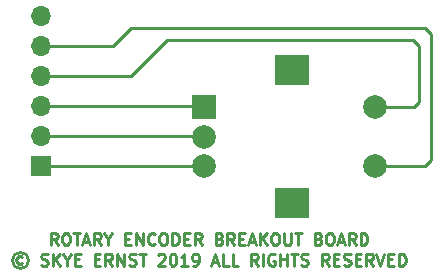
<source format=gbr>
G04 #@! TF.GenerationSoftware,KiCad,Pcbnew,(5.1.4)-1*
G04 #@! TF.CreationDate,2019-11-27T05:32:18-05:00*
G04 #@! TF.ProjectId,Rotary Encoder Breakout Board,526f7461-7279-4204-956e-636f64657220,rev?*
G04 #@! TF.SameCoordinates,Original*
G04 #@! TF.FileFunction,Copper,L1,Top*
G04 #@! TF.FilePolarity,Positive*
%FSLAX46Y46*%
G04 Gerber Fmt 4.6, Leading zero omitted, Abs format (unit mm)*
G04 Created by KiCad (PCBNEW (5.1.4)-1) date 2019-11-27 05:32:18*
%MOMM*%
%LPD*%
G04 APERTURE LIST*
%ADD10C,0.250000*%
%ADD11R,2.000000X2.000000*%
%ADD12C,2.000000*%
%ADD13R,3.000000X2.500000*%
%ADD14O,1.700000X1.700000*%
%ADD15R,1.700000X1.700000*%
G04 APERTURE END LIST*
D10*
X118762476Y-104733380D02*
X118429142Y-104257190D01*
X118191047Y-104733380D02*
X118191047Y-103733380D01*
X118571999Y-103733380D01*
X118667238Y-103781000D01*
X118714857Y-103828619D01*
X118762476Y-103923857D01*
X118762476Y-104066714D01*
X118714857Y-104161952D01*
X118667238Y-104209571D01*
X118571999Y-104257190D01*
X118191047Y-104257190D01*
X119381523Y-103733380D02*
X119571999Y-103733380D01*
X119667238Y-103781000D01*
X119762476Y-103876238D01*
X119810095Y-104066714D01*
X119810095Y-104400047D01*
X119762476Y-104590523D01*
X119667238Y-104685761D01*
X119571999Y-104733380D01*
X119381523Y-104733380D01*
X119286285Y-104685761D01*
X119191047Y-104590523D01*
X119143428Y-104400047D01*
X119143428Y-104066714D01*
X119191047Y-103876238D01*
X119286285Y-103781000D01*
X119381523Y-103733380D01*
X120095809Y-103733380D02*
X120667238Y-103733380D01*
X120381523Y-104733380D02*
X120381523Y-103733380D01*
X120952952Y-104447666D02*
X121429142Y-104447666D01*
X120857714Y-104733380D02*
X121191047Y-103733380D01*
X121524380Y-104733380D01*
X122429142Y-104733380D02*
X122095809Y-104257190D01*
X121857714Y-104733380D02*
X121857714Y-103733380D01*
X122238666Y-103733380D01*
X122333904Y-103781000D01*
X122381523Y-103828619D01*
X122429142Y-103923857D01*
X122429142Y-104066714D01*
X122381523Y-104161952D01*
X122333904Y-104209571D01*
X122238666Y-104257190D01*
X121857714Y-104257190D01*
X123048190Y-104257190D02*
X123048190Y-104733380D01*
X122714857Y-103733380D02*
X123048190Y-104257190D01*
X123381523Y-103733380D01*
X124476761Y-104209571D02*
X124810095Y-104209571D01*
X124952952Y-104733380D02*
X124476761Y-104733380D01*
X124476761Y-103733380D01*
X124952952Y-103733380D01*
X125381523Y-104733380D02*
X125381523Y-103733380D01*
X125952952Y-104733380D01*
X125952952Y-103733380D01*
X127000571Y-104638142D02*
X126952952Y-104685761D01*
X126810095Y-104733380D01*
X126714857Y-104733380D01*
X126572000Y-104685761D01*
X126476761Y-104590523D01*
X126429142Y-104495285D01*
X126381523Y-104304809D01*
X126381523Y-104161952D01*
X126429142Y-103971476D01*
X126476761Y-103876238D01*
X126572000Y-103781000D01*
X126714857Y-103733380D01*
X126810095Y-103733380D01*
X126952952Y-103781000D01*
X127000571Y-103828619D01*
X127619619Y-103733380D02*
X127810095Y-103733380D01*
X127905333Y-103781000D01*
X128000571Y-103876238D01*
X128048190Y-104066714D01*
X128048190Y-104400047D01*
X128000571Y-104590523D01*
X127905333Y-104685761D01*
X127810095Y-104733380D01*
X127619619Y-104733380D01*
X127524380Y-104685761D01*
X127429142Y-104590523D01*
X127381523Y-104400047D01*
X127381523Y-104066714D01*
X127429142Y-103876238D01*
X127524380Y-103781000D01*
X127619619Y-103733380D01*
X128476761Y-104733380D02*
X128476761Y-103733380D01*
X128714857Y-103733380D01*
X128857714Y-103781000D01*
X128952952Y-103876238D01*
X129000571Y-103971476D01*
X129048190Y-104161952D01*
X129048190Y-104304809D01*
X129000571Y-104495285D01*
X128952952Y-104590523D01*
X128857714Y-104685761D01*
X128714857Y-104733380D01*
X128476761Y-104733380D01*
X129476761Y-104209571D02*
X129810095Y-104209571D01*
X129952952Y-104733380D02*
X129476761Y-104733380D01*
X129476761Y-103733380D01*
X129952952Y-103733380D01*
X130952952Y-104733380D02*
X130619619Y-104257190D01*
X130381523Y-104733380D02*
X130381523Y-103733380D01*
X130762476Y-103733380D01*
X130857714Y-103781000D01*
X130905333Y-103828619D01*
X130952952Y-103923857D01*
X130952952Y-104066714D01*
X130905333Y-104161952D01*
X130857714Y-104209571D01*
X130762476Y-104257190D01*
X130381523Y-104257190D01*
X132476761Y-104209571D02*
X132619619Y-104257190D01*
X132667238Y-104304809D01*
X132714857Y-104400047D01*
X132714857Y-104542904D01*
X132667238Y-104638142D01*
X132619619Y-104685761D01*
X132524380Y-104733380D01*
X132143428Y-104733380D01*
X132143428Y-103733380D01*
X132476761Y-103733380D01*
X132571999Y-103781000D01*
X132619619Y-103828619D01*
X132667238Y-103923857D01*
X132667238Y-104019095D01*
X132619619Y-104114333D01*
X132571999Y-104161952D01*
X132476761Y-104209571D01*
X132143428Y-104209571D01*
X133714857Y-104733380D02*
X133381523Y-104257190D01*
X133143428Y-104733380D02*
X133143428Y-103733380D01*
X133524380Y-103733380D01*
X133619619Y-103781000D01*
X133667238Y-103828619D01*
X133714857Y-103923857D01*
X133714857Y-104066714D01*
X133667238Y-104161952D01*
X133619619Y-104209571D01*
X133524380Y-104257190D01*
X133143428Y-104257190D01*
X134143428Y-104209571D02*
X134476761Y-104209571D01*
X134619619Y-104733380D02*
X134143428Y-104733380D01*
X134143428Y-103733380D01*
X134619619Y-103733380D01*
X135000571Y-104447666D02*
X135476761Y-104447666D01*
X134905333Y-104733380D02*
X135238666Y-103733380D01*
X135572000Y-104733380D01*
X135905333Y-104733380D02*
X135905333Y-103733380D01*
X136476761Y-104733380D02*
X136048190Y-104161952D01*
X136476761Y-103733380D02*
X135905333Y-104304809D01*
X137095809Y-103733380D02*
X137286285Y-103733380D01*
X137381523Y-103781000D01*
X137476761Y-103876238D01*
X137524380Y-104066714D01*
X137524380Y-104400047D01*
X137476761Y-104590523D01*
X137381523Y-104685761D01*
X137286285Y-104733380D01*
X137095809Y-104733380D01*
X137000571Y-104685761D01*
X136905333Y-104590523D01*
X136857714Y-104400047D01*
X136857714Y-104066714D01*
X136905333Y-103876238D01*
X137000571Y-103781000D01*
X137095809Y-103733380D01*
X137952952Y-103733380D02*
X137952952Y-104542904D01*
X138000571Y-104638142D01*
X138048190Y-104685761D01*
X138143428Y-104733380D01*
X138333904Y-104733380D01*
X138429142Y-104685761D01*
X138476761Y-104638142D01*
X138524380Y-104542904D01*
X138524380Y-103733380D01*
X138857714Y-103733380D02*
X139429142Y-103733380D01*
X139143428Y-104733380D02*
X139143428Y-103733380D01*
X140857714Y-104209571D02*
X141000571Y-104257190D01*
X141048190Y-104304809D01*
X141095809Y-104400047D01*
X141095809Y-104542904D01*
X141048190Y-104638142D01*
X141000571Y-104685761D01*
X140905333Y-104733380D01*
X140524380Y-104733380D01*
X140524380Y-103733380D01*
X140857714Y-103733380D01*
X140952952Y-103781000D01*
X141000571Y-103828619D01*
X141048190Y-103923857D01*
X141048190Y-104019095D01*
X141000571Y-104114333D01*
X140952952Y-104161952D01*
X140857714Y-104209571D01*
X140524380Y-104209571D01*
X141714857Y-103733380D02*
X141905333Y-103733380D01*
X142000571Y-103781000D01*
X142095809Y-103876238D01*
X142143428Y-104066714D01*
X142143428Y-104400047D01*
X142095809Y-104590523D01*
X142000571Y-104685761D01*
X141905333Y-104733380D01*
X141714857Y-104733380D01*
X141619619Y-104685761D01*
X141524380Y-104590523D01*
X141476761Y-104400047D01*
X141476761Y-104066714D01*
X141524380Y-103876238D01*
X141619619Y-103781000D01*
X141714857Y-103733380D01*
X142524380Y-104447666D02*
X143000571Y-104447666D01*
X142429142Y-104733380D02*
X142762476Y-103733380D01*
X143095809Y-104733380D01*
X144000571Y-104733380D02*
X143667238Y-104257190D01*
X143429142Y-104733380D02*
X143429142Y-103733380D01*
X143810095Y-103733380D01*
X143905333Y-103781000D01*
X143952952Y-103828619D01*
X144000571Y-103923857D01*
X144000571Y-104066714D01*
X143952952Y-104161952D01*
X143905333Y-104209571D01*
X143810095Y-104257190D01*
X143429142Y-104257190D01*
X144429142Y-104733380D02*
X144429142Y-103733380D01*
X144667238Y-103733380D01*
X144810095Y-103781000D01*
X144905333Y-103876238D01*
X144952952Y-103971476D01*
X145000571Y-104161952D01*
X145000571Y-104304809D01*
X144952952Y-104495285D01*
X144905333Y-104590523D01*
X144810095Y-104685761D01*
X144667238Y-104733380D01*
X144429142Y-104733380D01*
X115762476Y-105721476D02*
X115667238Y-105673857D01*
X115476761Y-105673857D01*
X115381523Y-105721476D01*
X115286285Y-105816714D01*
X115238666Y-105911952D01*
X115238666Y-106102428D01*
X115286285Y-106197666D01*
X115381523Y-106292904D01*
X115476761Y-106340523D01*
X115667238Y-106340523D01*
X115762476Y-106292904D01*
X115571999Y-105340523D02*
X115333904Y-105388142D01*
X115095809Y-105531000D01*
X114952952Y-105769095D01*
X114905333Y-106007190D01*
X114952952Y-106245285D01*
X115095809Y-106483380D01*
X115333904Y-106626238D01*
X115571999Y-106673857D01*
X115810095Y-106626238D01*
X116048190Y-106483380D01*
X116191047Y-106245285D01*
X116238666Y-106007190D01*
X116191047Y-105769095D01*
X116048190Y-105531000D01*
X115810095Y-105388142D01*
X115571999Y-105340523D01*
X117381523Y-106435761D02*
X117524380Y-106483380D01*
X117762476Y-106483380D01*
X117857714Y-106435761D01*
X117905333Y-106388142D01*
X117952952Y-106292904D01*
X117952952Y-106197666D01*
X117905333Y-106102428D01*
X117857714Y-106054809D01*
X117762476Y-106007190D01*
X117571999Y-105959571D01*
X117476761Y-105911952D01*
X117429142Y-105864333D01*
X117381523Y-105769095D01*
X117381523Y-105673857D01*
X117429142Y-105578619D01*
X117476761Y-105531000D01*
X117571999Y-105483380D01*
X117810095Y-105483380D01*
X117952952Y-105531000D01*
X118381523Y-106483380D02*
X118381523Y-105483380D01*
X118952952Y-106483380D02*
X118524380Y-105911952D01*
X118952952Y-105483380D02*
X118381523Y-106054809D01*
X119571999Y-106007190D02*
X119571999Y-106483380D01*
X119238666Y-105483380D02*
X119571999Y-106007190D01*
X119905333Y-105483380D01*
X120238666Y-105959571D02*
X120571999Y-105959571D01*
X120714857Y-106483380D02*
X120238666Y-106483380D01*
X120238666Y-105483380D01*
X120714857Y-105483380D01*
X121905333Y-105959571D02*
X122238666Y-105959571D01*
X122381523Y-106483380D02*
X121905333Y-106483380D01*
X121905333Y-105483380D01*
X122381523Y-105483380D01*
X123381523Y-106483380D02*
X123048190Y-106007190D01*
X122810095Y-106483380D02*
X122810095Y-105483380D01*
X123191047Y-105483380D01*
X123286285Y-105531000D01*
X123333904Y-105578619D01*
X123381523Y-105673857D01*
X123381523Y-105816714D01*
X123333904Y-105911952D01*
X123286285Y-105959571D01*
X123191047Y-106007190D01*
X122810095Y-106007190D01*
X123810095Y-106483380D02*
X123810095Y-105483380D01*
X124381523Y-106483380D01*
X124381523Y-105483380D01*
X124810095Y-106435761D02*
X124952952Y-106483380D01*
X125191047Y-106483380D01*
X125286285Y-106435761D01*
X125333904Y-106388142D01*
X125381523Y-106292904D01*
X125381523Y-106197666D01*
X125333904Y-106102428D01*
X125286285Y-106054809D01*
X125191047Y-106007190D01*
X125000571Y-105959571D01*
X124905333Y-105911952D01*
X124857714Y-105864333D01*
X124810095Y-105769095D01*
X124810095Y-105673857D01*
X124857714Y-105578619D01*
X124905333Y-105531000D01*
X125000571Y-105483380D01*
X125238666Y-105483380D01*
X125381523Y-105531000D01*
X125667238Y-105483380D02*
X126238666Y-105483380D01*
X125952952Y-106483380D02*
X125952952Y-105483380D01*
X127286285Y-105578619D02*
X127333904Y-105531000D01*
X127429142Y-105483380D01*
X127667238Y-105483380D01*
X127762476Y-105531000D01*
X127810095Y-105578619D01*
X127857714Y-105673857D01*
X127857714Y-105769095D01*
X127810095Y-105911952D01*
X127238666Y-106483380D01*
X127857714Y-106483380D01*
X128476761Y-105483380D02*
X128571999Y-105483380D01*
X128667238Y-105531000D01*
X128714857Y-105578619D01*
X128762476Y-105673857D01*
X128810095Y-105864333D01*
X128810095Y-106102428D01*
X128762476Y-106292904D01*
X128714857Y-106388142D01*
X128667238Y-106435761D01*
X128571999Y-106483380D01*
X128476761Y-106483380D01*
X128381523Y-106435761D01*
X128333904Y-106388142D01*
X128286285Y-106292904D01*
X128238666Y-106102428D01*
X128238666Y-105864333D01*
X128286285Y-105673857D01*
X128333904Y-105578619D01*
X128381523Y-105531000D01*
X128476761Y-105483380D01*
X129762476Y-106483380D02*
X129191047Y-106483380D01*
X129476761Y-106483380D02*
X129476761Y-105483380D01*
X129381523Y-105626238D01*
X129286285Y-105721476D01*
X129191047Y-105769095D01*
X130238666Y-106483380D02*
X130429142Y-106483380D01*
X130524380Y-106435761D01*
X130571999Y-106388142D01*
X130667238Y-106245285D01*
X130714857Y-106054809D01*
X130714857Y-105673857D01*
X130667238Y-105578619D01*
X130619619Y-105531000D01*
X130524380Y-105483380D01*
X130333904Y-105483380D01*
X130238666Y-105531000D01*
X130191047Y-105578619D01*
X130143428Y-105673857D01*
X130143428Y-105911952D01*
X130191047Y-106007190D01*
X130238666Y-106054809D01*
X130333904Y-106102428D01*
X130524380Y-106102428D01*
X130619619Y-106054809D01*
X130667238Y-106007190D01*
X130714857Y-105911952D01*
X131857714Y-106197666D02*
X132333904Y-106197666D01*
X131762476Y-106483380D02*
X132095809Y-105483380D01*
X132429142Y-106483380D01*
X133238666Y-106483380D02*
X132762476Y-106483380D01*
X132762476Y-105483380D01*
X134048190Y-106483380D02*
X133571999Y-106483380D01*
X133571999Y-105483380D01*
X135714857Y-106483380D02*
X135381523Y-106007190D01*
X135143428Y-106483380D02*
X135143428Y-105483380D01*
X135524380Y-105483380D01*
X135619619Y-105531000D01*
X135667238Y-105578619D01*
X135714857Y-105673857D01*
X135714857Y-105816714D01*
X135667238Y-105911952D01*
X135619619Y-105959571D01*
X135524380Y-106007190D01*
X135143428Y-106007190D01*
X136143428Y-106483380D02*
X136143428Y-105483380D01*
X137143428Y-105531000D02*
X137048190Y-105483380D01*
X136905333Y-105483380D01*
X136762476Y-105531000D01*
X136667238Y-105626238D01*
X136619619Y-105721476D01*
X136572000Y-105911952D01*
X136572000Y-106054809D01*
X136619619Y-106245285D01*
X136667238Y-106340523D01*
X136762476Y-106435761D01*
X136905333Y-106483380D01*
X137000571Y-106483380D01*
X137143428Y-106435761D01*
X137191047Y-106388142D01*
X137191047Y-106054809D01*
X137000571Y-106054809D01*
X137619619Y-106483380D02*
X137619619Y-105483380D01*
X137619619Y-105959571D02*
X138191047Y-105959571D01*
X138191047Y-106483380D02*
X138191047Y-105483380D01*
X138524380Y-105483380D02*
X139095809Y-105483380D01*
X138810095Y-106483380D02*
X138810095Y-105483380D01*
X139381523Y-106435761D02*
X139524380Y-106483380D01*
X139762476Y-106483380D01*
X139857714Y-106435761D01*
X139905333Y-106388142D01*
X139952952Y-106292904D01*
X139952952Y-106197666D01*
X139905333Y-106102428D01*
X139857714Y-106054809D01*
X139762476Y-106007190D01*
X139572000Y-105959571D01*
X139476761Y-105911952D01*
X139429142Y-105864333D01*
X139381523Y-105769095D01*
X139381523Y-105673857D01*
X139429142Y-105578619D01*
X139476761Y-105531000D01*
X139572000Y-105483380D01*
X139810095Y-105483380D01*
X139952952Y-105531000D01*
X141714857Y-106483380D02*
X141381523Y-106007190D01*
X141143428Y-106483380D02*
X141143428Y-105483380D01*
X141524380Y-105483380D01*
X141619619Y-105531000D01*
X141667238Y-105578619D01*
X141714857Y-105673857D01*
X141714857Y-105816714D01*
X141667238Y-105911952D01*
X141619619Y-105959571D01*
X141524380Y-106007190D01*
X141143428Y-106007190D01*
X142143428Y-105959571D02*
X142476761Y-105959571D01*
X142619619Y-106483380D02*
X142143428Y-106483380D01*
X142143428Y-105483380D01*
X142619619Y-105483380D01*
X143000571Y-106435761D02*
X143143428Y-106483380D01*
X143381523Y-106483380D01*
X143476761Y-106435761D01*
X143524380Y-106388142D01*
X143571999Y-106292904D01*
X143571999Y-106197666D01*
X143524380Y-106102428D01*
X143476761Y-106054809D01*
X143381523Y-106007190D01*
X143191047Y-105959571D01*
X143095809Y-105911952D01*
X143048190Y-105864333D01*
X143000571Y-105769095D01*
X143000571Y-105673857D01*
X143048190Y-105578619D01*
X143095809Y-105531000D01*
X143191047Y-105483380D01*
X143429142Y-105483380D01*
X143571999Y-105531000D01*
X144000571Y-105959571D02*
X144333904Y-105959571D01*
X144476761Y-106483380D02*
X144000571Y-106483380D01*
X144000571Y-105483380D01*
X144476761Y-105483380D01*
X145476761Y-106483380D02*
X145143428Y-106007190D01*
X144905333Y-106483380D02*
X144905333Y-105483380D01*
X145286285Y-105483380D01*
X145381523Y-105531000D01*
X145429142Y-105578619D01*
X145476761Y-105673857D01*
X145476761Y-105816714D01*
X145429142Y-105911952D01*
X145381523Y-105959571D01*
X145286285Y-106007190D01*
X144905333Y-106007190D01*
X145762476Y-105483380D02*
X146095809Y-106483380D01*
X146429142Y-105483380D01*
X146762476Y-105959571D02*
X147095809Y-105959571D01*
X147238666Y-106483380D02*
X146762476Y-106483380D01*
X146762476Y-105483380D01*
X147238666Y-105483380D01*
X147667238Y-106483380D02*
X147667238Y-105483380D01*
X147905333Y-105483380D01*
X148048190Y-105531000D01*
X148143428Y-105626238D01*
X148191047Y-105721476D01*
X148238666Y-105911952D01*
X148238666Y-106054809D01*
X148191047Y-106245285D01*
X148143428Y-106340523D01*
X148048190Y-106435761D01*
X147905333Y-106483380D01*
X147667238Y-106483380D01*
D11*
X131150000Y-93050000D03*
D12*
X131150000Y-95550000D03*
X131150000Y-98050000D03*
D13*
X138650000Y-89950000D03*
X138650000Y-101150000D03*
D12*
X145650000Y-93050000D03*
X145650000Y-98050000D03*
D14*
X117348000Y-85344000D03*
X117348000Y-87884000D03*
X117348000Y-90424000D03*
X117348000Y-92964000D03*
X117348000Y-95504000D03*
D15*
X117348000Y-98044000D03*
D10*
X149866000Y-98050000D02*
X145650000Y-98050000D01*
X150368000Y-97548000D02*
X149866000Y-98050000D01*
X123444000Y-87884000D02*
X124968000Y-86360000D01*
X117348000Y-87884000D02*
X123444000Y-87884000D01*
X149860000Y-86360000D02*
X150368000Y-86868000D01*
X150368000Y-86868000D02*
X150368000Y-97548000D01*
X124968000Y-86360000D02*
X149860000Y-86360000D01*
X148930000Y-93050000D02*
X145650000Y-93050000D01*
X149352000Y-92628000D02*
X148930000Y-93050000D01*
X124968000Y-90424000D02*
X128016000Y-87376000D01*
X117348000Y-90424000D02*
X124968000Y-90424000D01*
X148844000Y-87376000D02*
X149352000Y-87884000D01*
X149352000Y-87884000D02*
X149352000Y-92628000D01*
X128016000Y-87376000D02*
X148844000Y-87376000D01*
X131064000Y-92964000D02*
X131150000Y-93050000D01*
X117348000Y-92964000D02*
X131064000Y-92964000D01*
X131104000Y-95504000D02*
X131150000Y-95550000D01*
X117348000Y-95504000D02*
X131104000Y-95504000D01*
X131144000Y-98044000D02*
X131150000Y-98050000D01*
X117348000Y-98044000D02*
X131144000Y-98044000D01*
M02*

</source>
